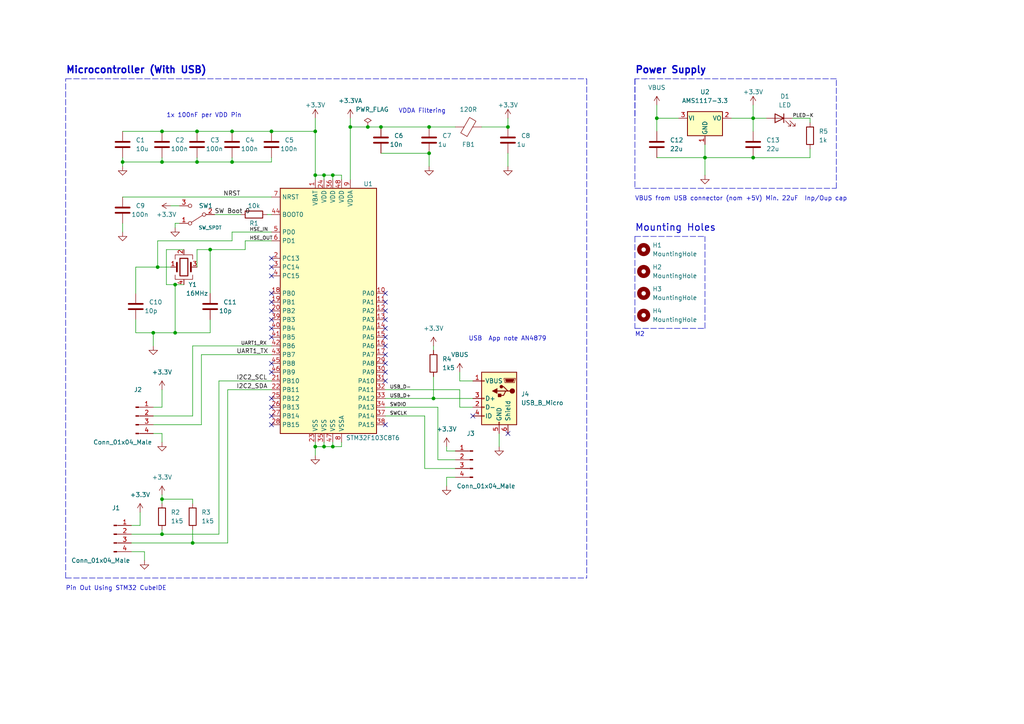
<source format=kicad_sch>
(kicad_sch (version 20211123) (generator eeschema)
  (paper "A4")
  (title_block (title "Simple STM32 PCB Design ") (date "2024-11-28") (rev "0.1") (company "Zam's LAB"))
  (lib_symbols
    (symbol "Connector:Conn_01x04_Male" (pin_names (offset 1.016) hide)
      (property "Reference" "J" (at 0 5.08 0))
      (property "Value" "Conn_01x04_Male" (at 0 -7.62 0))
      (symbol "Conn_01x04_Male_1_1"
        (polyline (pts (xy 1.27 -5.08) (xy 0.8636 -5.08)) (stroke (width 0.1524)))
        (polyline (pts (xy 1.27 -2.54) (xy 0.8636 -2.54)) (stroke (width 0.1524)))
        (polyline (pts (xy 1.27 0) (xy 0.8636 0)) (stroke (width 0.1524)))
        (polyline (pts (xy 1.27 2.54) (xy 0.8636 2.54)) (stroke (width 0.1524)))
        (rectangle (start 0.8636 -4.953) (end 0 -5.207) (stroke (width 0.1524)) (fill (type outline)))
        (rectangle (start 0.8636 -2.413) (end 0 -2.667) (stroke (width 0.1524)) (fill (type outline)))
        (rectangle (start 0.8636 0.127) (end 0 -0.127) (stroke (width 0.1524)) (fill (type outline)))
        (rectangle (start 0.8636 2.667) (end 0 2.413) (stroke (width 0.1524)) (fill (type outline)))
        (pin passive line (at 5.08 2.54 180) (length 3.81) (name "Pin_1") (number "1"))
        (pin passive line (at 5.08 0 180) (length 3.81) (name "Pin_2") (number "2"))
        (pin passive line (at 5.08 -2.54 180) (length 3.81) (name "Pin_3") (number "3"))
        (pin passive line (at 5.08 -5.08 180) (length 3.81) (name "Pin_4") (number "4"))
      )
    )
    (symbol "Connector:USB_B_Micro" (pin_names (offset 1.016))
      (property "Reference" "J" (at -5.08 11.43 0))
      (property "Value" "USB_B_Micro" (at -5.08 8.89 0))
      (symbol "USB_B_Micro_0_1"
        (rectangle (start -5.08 -7.62) (end 5.08 7.62) (stroke (width 0.254)) (fill (type background)))
        (circle (center -3.81 2.159) (radius 0.635) (stroke (width 0.254)) (fill (type outline)))
        (circle (center -0.635 3.429) (radius 0.381) (stroke (width 0.254)) (fill (type outline)))
        (rectangle (start -0.127 -7.62) (end 0.127 -6.858))
        (polyline (pts (xy -1.905 2.159) (xy 0.635 2.159)) (stroke (width 0.254)))
        (polyline (pts (xy -3.175 2.159) (xy -2.54 2.159) (xy -1.27 3.429) (xy -0.635 3.429)) (stroke (width 0.254)))
        (polyline (pts (xy -2.54 2.159) (xy -1.905 2.159) (xy -1.27 0.889) (xy 0 0.889)) (stroke (width 0.254)))
        (polyline (pts (xy 0.635 2.794) (xy 0.635 1.524) (xy 1.905 2.159) (xy 0.635 2.794)) (stroke (width 0.254)) (fill (type outline)))
        (polyline (pts (xy -4.318 5.588) (xy -1.778 5.588) (xy -2.032 4.826) (xy -4.064 4.826) (xy -4.318 5.588)) (fill (type outline)))
        (polyline (pts (xy -4.699 5.842) (xy -4.699 5.588) (xy -4.445 4.826) (xy -4.445 4.572) (xy -1.651 4.572) (xy -1.651 4.826) (xy -1.397 5.588) (xy -1.397 5.842) (xy -4.699 5.842)))
        (rectangle (start 0.254 1.27) (end -0.508 0.508) (stroke (width 0.254)) (fill (type outline)))
        (rectangle (start 5.08 -5.207) (end 4.318 -4.953))
        (rectangle (start 5.08 -2.667) (end 4.318 -2.413))
        (rectangle (start 5.08 -0.127) (end 4.318 0.127))
        (rectangle (start 5.08 4.953) (end 4.318 5.207))
      )
      (symbol "USB_B_Micro_1_1"
        (pin power_out line (at 7.62 5.08 180) (length 2.54) (name "VBUS") (number "1"))
        (pin bidirectional line (at 7.62 -2.54 180) (length 2.54) (name "D-") (number "2"))
        (pin bidirectional line (at 7.62 0 180) (length 2.54) (name "D+") (number "3"))
        (pin passive line (at 7.62 -5.08 180) (length 2.54) (name "ID") (number "4"))
        (pin power_out line (at 0 -10.16 90) (length 2.54) (name "GND") (number "5"))
        (pin passive line (at -2.54 -10.16 90) (length 2.54) (name "Shield") (number "6"))
      )
    )
    (symbol "Device:C" (pin_numbers hide) (pin_names (offset 0.254))
      (property "Reference" "C" (at 0.635 2.54 0))
      (property "Value" "C" (at 0.635 -2.54 0))
      (symbol "C_0_1"
        (polyline (pts (xy -2.032 -0.762) (xy 2.032 -0.762)) (stroke (width 0.508)))
        (polyline (pts (xy -2.032 0.762) (xy 2.032 0.762)) (stroke (width 0.508)))
      )
      (symbol "C_1_1"
        (pin passive line (at 0 3.81 270) (length 2.794) (name "~") (number "1"))
        (pin passive line (at 0 -3.81 90) (length 2.794) (name "~") (number "2"))
      )
    )
    (symbol "Device:Crystal_GND24" (pin_names (offset 1.016) hide)
      (property "Reference" "Y" (at 3.175 5.08 0))
      (property "Value" "Crystal_GND24" (at 3.175 3.175 0))
      (symbol "Crystal_GND24_0_1"
        (rectangle (start -1.143 2.54) (end 1.143 -2.54) (stroke (width 0.3048)))
        (polyline (pts (xy -2.54 0) (xy -2.032 0)))
        (polyline (pts (xy -2.032 -1.27) (xy -2.032 1.27)) (stroke (width 0.508)))
        (polyline (pts (xy 0 -3.81) (xy 0 -3.556)))
        (polyline (pts (xy 0 3.556) (xy 0 3.81)))
        (polyline (pts (xy 2.032 -1.27) (xy 2.032 1.27)) (stroke (width 0.508)))
        (polyline (pts (xy 2.032 0) (xy 2.54 0)))
        (polyline (pts (xy -2.54 -2.286) (xy -2.54 -3.556) (xy 2.54 -3.556) (xy 2.54 -2.286)))
        (polyline (pts (xy -2.54 2.286) (xy -2.54 3.556) (xy 2.54 3.556) (xy 2.54 2.286)))
      )
      (symbol "Crystal_GND24_1_1"
        (pin passive line (at -3.81 0 0) (length 1.27) (name "1") (number "1"))
        (pin passive line (at 0 5.08 270) (length 1.27) (name "2") (number "2"))
        (pin passive line (at 3.81 0 180) (length 1.27) (name "3") (number "3"))
        (pin passive line (at 0 -5.08 90) (length 1.27) (name "4") (number "4"))
      )
    )
    (symbol "Device:FerriteBead" (pin_numbers hide) (pin_names (offset 0))
      (property "Reference" "FB" (at -3.81 0.635 90))
      (property "Value" "FerriteBead" (at 3.81 0 90))
      (symbol "FerriteBead_0_1"
        (polyline (pts (xy 0 -1.27) (xy 0 -1.2192)))
        (polyline (pts (xy 0 1.27) (xy 0 1.2954)))
        (polyline (pts (xy -2.7686 0.4064) (xy -1.7018 2.2606) (xy 2.7686 -0.3048) (xy 1.6764 -2.159) (xy -2.7686 0.4064)))
      )
      (symbol "FerriteBead_1_1"
        (pin passive line (at 0 3.81 270) (length 2.54) (name "~") (number "1"))
        (pin passive line (at 0 -3.81 90) (length 2.54) (name "~") (number "2"))
      )
    )
    (symbol "Device:LED" (pin_numbers hide) (pin_names (offset 1.016) hide)
      (property "Reference" "D" (at 0 2.54 0))
      (property "Value" "LED" (at 0 -2.54 0))
      (symbol "LED_0_1"
        (polyline (pts (xy -1.27 -1.27) (xy -1.27 1.27)) (stroke (width 0.254)))
        (polyline (pts (xy -1.27 0) (xy 1.27 0)))
        (polyline (pts (xy 1.27 -1.27) (xy 1.27 1.27) (xy -1.27 0) (xy 1.27 -1.27)) (stroke (width 0.254)))
        (polyline (pts (xy -3.048 -0.762) (xy -4.572 -2.286) (xy -3.81 -2.286) (xy -4.572 -2.286) (xy -4.572 -1.524)))
        (polyline (pts (xy -1.778 -0.762) (xy -3.302 -2.286) (xy -2.54 -2.286) (xy -3.302 -2.286) (xy -3.302 -1.524)))
      )
      (symbol "LED_1_1"
        (pin passive line (at -3.81 0 0) (length 2.54) (name "K") (number "1"))
        (pin passive line (at 3.81 0 180) (length 2.54) (name "A") (number "2"))
      )
    )
    (symbol "Device:R" (pin_numbers hide) (pin_names (offset 0))
      (property "Reference" "R" (at 2.032 0 90))
      (property "Value" "R" (at 0 0 90))
      (symbol "R_0_1"
        (rectangle (start -1.016 -2.54) (end 1.016 2.54) (stroke (width 0.254)))
      )
      (symbol "R_1_1"
        (pin passive line (at 0 3.81 270) (length 1.27) (name "~") (number "1"))
        (pin passive line (at 0 -3.81 90) (length 1.27) (name "~") (number "2"))
      )
    )
    (symbol "MCU_ST_STM32F1:STM32F103C8Tx"
      (property "Reference" "U" (at -15.24 36.83 0))
      (property "Value" "STM32F103C8Tx" (at 7.62 36.83 0))
      (symbol "STM32F103C8Tx_0_1"
        (rectangle (start -15.24 -35.56) (end 12.7 35.56) (stroke (width 0.254)) (fill (type background)))
      )
      (symbol "STM32F103C8Tx_1_1"
        (pin power_in line (at -5.08 38.1 270) (length 2.54) (name "VBAT") (number "1"))
        (pin bidirectional line (at 15.24 5.08 180) (length 2.54) (name "PA0") (number "10"))
        (pin bidirectional line (at 15.24 2.54 180) (length 2.54) (name "PA1") (number "11"))
        (pin bidirectional line (at 15.24 0 180) (length 2.54) (name "PA2") (number "12"))
        (pin bidirectional line (at 15.24 -2.54 180) (length 2.54) (name "PA3") (number "13"))
        (pin bidirectional line (at 15.24 -5.08 180) (length 2.54) (name "PA4") (number "14"))
        (pin bidirectional line (at 15.24 -7.62 180) (length 2.54) (name "PA5") (number "15"))
        (pin bidirectional line (at 15.24 -10.16 180) (length 2.54) (name "PA6") (number "16"))
        (pin bidirectional line (at 15.24 -12.7 180) (length 2.54) (name "PA7") (number "17"))
        (pin bidirectional line (at -17.78 5.08 0) (length 2.54) (name "PB0") (number "18"))
        (pin bidirectional line (at -17.78 2.54 0) (length 2.54) (name "PB1") (number "19"))
        (pin bidirectional line (at -17.78 15.24 0) (length 2.54) (name "PC13") (number "2"))
        (pin bidirectional line (at -17.78 0 0) (length 2.54) (name "PB2") (number "20"))
        (pin bidirectional line (at -17.78 -20.32 0) (length 2.54) (name "PB10") (number "21"))
        (pin bidirectional line (at -17.78 -22.86 0) (length 2.54) (name "PB11") (number "22"))
        (pin power_in line (at -5.08 -38.1 90) (length 2.54) (name "VSS") (number "23"))
        (pin power_in line (at -2.54 38.1 270) (length 2.54) (name "VDD") (number "24"))
        (pin bidirectional line (at -17.78 -25.4 0) (length 2.54) (name "PB12") (number "25"))
        (pin bidirectional line (at -17.78 -27.94 0) (length 2.54) (name "PB13") (number "26"))
        (pin bidirectional line (at -17.78 -30.48 0) (length 2.54) (name "PB14") (number "27"))
        (pin bidirectional line (at -17.78 -33.02 0) (length 2.54) (name "PB15") (number "28"))
        (pin bidirectional line (at 15.24 -15.24 180) (length 2.54) (name "PA8") (number "29"))
        (pin bidirectional line (at -17.78 12.7 0) (length 2.54) (name "PC14") (number "3"))
        (pin bidirectional line (at 15.24 -17.78 180) (length 2.54) (name "PA9") (number "30"))
        (pin bidirectional line (at 15.24 -20.32 180) (length 2.54) (name "PA10") (number "31"))
        (pin bidirectional line (at 15.24 -22.86 180) (length 2.54) (name "PA11") (number "32"))
        (pin bidirectional line (at 15.24 -25.4 180) (length 2.54) (name "PA12") (number "33"))
        (pin bidirectional line (at 15.24 -27.94 180) (length 2.54) (name "PA13") (number "34"))
        (pin power_in line (at -2.54 -38.1 90) (length 2.54) (name "VSS") (number "35"))
        (pin power_in line (at 0 38.1 270) (length 2.54) (name "VDD") (number "36"))
        (pin bidirectional line (at 15.24 -30.48 180) (length 2.54) (name "PA14") (number "37"))
        (pin bidirectional line (at 15.24 -33.02 180) (length 2.54) (name "PA15") (number "38"))
        (pin bidirectional line (at -17.78 -2.54 0) (length 2.54) (name "PB3") (number "39"))
        (pin bidirectional line (at -17.78 10.16 0) (length 2.54) (name "PC15") (number "4"))
        (pin bidirectional line (at -17.78 -5.08 0) (length 2.54) (name "PB4") (number "40"))
        (pin bidirectional line (at -17.78 -7.62 0) (length 2.54) (name "PB5") (number "41"))
        (pin bidirectional line (at -17.78 -10.16 0) (length 2.54) (name "PB6") (number "42"))
        (pin bidirectional line (at -17.78 -12.7 0) (length 2.54) (name "PB7") (number "43"))
        (pin input line (at -17.78 27.94 0) (length 2.54) (name "BOOT0") (number "44"))
        (pin bidirectional line (at -17.78 -15.24 0) (length 2.54) (name "PB8") (number "45"))
        (pin bidirectional line (at -17.78 -17.78 0) (length 2.54) (name "PB9") (number "46"))
        (pin power_in line (at 0 -38.1 90) (length 2.54) (name "VSS") (number "47"))
        (pin power_in line (at 2.54 38.1 270) (length 2.54) (name "VDD") (number "48"))
        (pin input line (at -17.78 22.86 0) (length 2.54) (name "PD0") (number "5"))
        (pin input line (at -17.78 20.32 0) (length 2.54) (name "PD1") (number "6"))
        (pin input line (at -17.78 33.02 0) (length 2.54) (name "NRST") (number "7"))
        (pin power_in line (at 2.54 -38.1 90) (length 2.54) (name "VSSA") (number "8"))
        (pin power_in line (at 5.08 38.1 270) (length 2.54) (name "VDDA") (number "9"))
      )
    )
    (symbol "Mechanical:MountingHole" (pin_names (offset 1.016))
      (property "Reference" "H" (at 0 5.08 0))
      (property "Value" "MountingHole" (at 0 3.175 0))
      (symbol "MountingHole_0_1"
        (circle (center 0 0) (radius 1.27) (stroke (width 1.27)))
      )
    )
    (symbol "Regulator_Linear:AMS1117-3.3" (pin_names (offset 0.254))
      (property "Reference" "U" (at -3.81 3.175 0))
      (property "Value" "AMS1117-3.3" (at 0 3.175 0))
      (symbol "AMS1117-3.3_0_1"
        (rectangle (start -5.08 -5.08) (end 5.08 1.905) (stroke (width 0.254)) (fill (type background)))
      )
      (symbol "AMS1117-3.3_1_1"
        (pin power_in line (at 0 -7.62 90) (length 2.54) (name "GND") (number "1"))
        (pin power_out line (at 7.62 0 180) (length 2.54) (name "VO") (number "2"))
        (pin power_in line (at -7.62 0 0) (length 2.54) (name "VI") (number "3"))
      )
    )
    (symbol "Switch:SW_SPDT" (pin_names (offset 0) hide)
      (property "Reference" "SW" (at 0 4.318 0))
      (property "Value" "SW_SPDT" (at 0 -5.08 0))
      (symbol "SW_SPDT_0_0"
        (circle (center -2.032 0) (radius 0.508))
        (circle (center 2.032 -2.54) (radius 0.508))
      )
      (symbol "SW_SPDT_0_1"
        (polyline (pts (xy -1.524 0.254) (xy 1.651 2.286)))
        (circle (center 2.032 2.54) (radius 0.508))
      )
      (symbol "SW_SPDT_1_1"
        (pin passive line (at 5.08 2.54 180) (length 2.54) (name "A") (number "1"))
        (pin passive line (at -5.08 0 0) (length 2.54) (name "B") (number "2"))
        (pin passive line (at 5.08 -2.54 180) (length 2.54) (name "C") (number "3"))
      )
    )
    (symbol "power:+3.3V" (power) (pin_names (offset 0))
      (property "Value" "+3.3V" (at 0 3.556 0))
      (symbol "+3.3V_0_1"
        (polyline (pts (xy -0.762 1.27) (xy 0 2.54)))
        (polyline (pts (xy 0 0) (xy 0 2.54)))
        (polyline (pts (xy 0 2.54) (xy 0.762 1.27)))
      )
      (symbol "+3.3V_1_1"
        (pin power_in line (at 0 0 90) (length 0) hide (name "+3.3V") (number "1"))
      )
    )
    (symbol "power:+3.3VA" (power) (pin_names (offset 0))
      (property "Value" "+3.3VA" (at 0 3.556 0))
      (symbol "+3.3VA_0_1"
        (polyline (pts (xy -0.762 1.27) (xy 0 2.54)))
        (polyline (pts (xy 0 0) (xy 0 2.54)))
        (polyline (pts (xy 0 2.54) (xy 0.762 1.27)))
      )
      (symbol "+3.3VA_1_1"
        (pin power_in line (at 0 0 90) (length 0) hide (name "+3.3VA") (number "1"))
      )
    )
    (symbol "power:GND" (power) (pin_names (offset 0))
      (property "Value" "GND" (at 0 -3.81 0))
      (symbol "GND_0_1"
        (polyline (pts (xy 0 0) (xy 0 -1.27) (xy 1.27 -1.27) (xy 0 -2.54) (xy -1.27 -1.27) (xy 0 -1.27)))
      )
      (symbol "GND_1_1"
        (pin power_in line (at 0 0 270) (length 0) hide (name "GND") (number "1"))
      )
    )
    (symbol "power:PWR_FLAG" (power) (pin_numbers hide) (pin_names (offset 0) hide)
      (property "Value" "PWR_FLAG" (at 0 3.81 0))
      (symbol "PWR_FLAG_0_0"
        (pin power_out line (at 0 0 90) (length 0) (name "pwr") (number "1"))
      )
      (symbol "PWR_FLAG_0_1"
        (polyline (pts (xy 0 0) (xy 0 1.27) (xy -1.016 1.905) (xy 0 2.54) (xy 1.016 1.905) (xy 0 1.27)))
      )
    )
    (symbol "power:VBUS" (power) (pin_names (offset 0))
      (property "Value" "VBUS" (at 0 3.81 0))
      (symbol "VBUS_0_1"
        (polyline (pts (xy -0.762 1.27) (xy 0 2.54)))
        (polyline (pts (xy 0 0) (xy 0 2.54)))
        (polyline (pts (xy 0 2.54) (xy 0.762 1.27)))
      )
      (symbol "VBUS_1_1"
        (pin power_in line (at 0 0 90) (length 0) hide (name "VBUS") (number "1"))
      )
    )
  )
  (junction (at 46.99 38.1))
  (junction (at 91.44 129.54))
  (junction (at 93.98 50.8))
  (junction (at 96.52 129.54))
  (junction (at 46.99 154.94))
  (junction (at 124.46 44.45))
  (junction (at 125.73 115.57))
  (junction (at 50.8 82.55))
  (junction (at 55.88 157.48))
  (junction (at 50.8 96.52))
  (junction (at 91.44 50.8))
  (junction (at 44.45 96.52))
  (junction (at 67.31 46.99))
  (junction (at 147.32 36.83))
  (junction (at 45.72 77.47))
  (junction (at 101.6 36.83))
  (junction (at 46.99 144.78))
  (junction (at 218.44 34.29))
  (junction (at 57.15 46.99))
  (junction (at 218.44 45.72))
  (junction (at 46.99 46.99))
  (junction (at 67.31 38.1))
  (junction (at 124.46 36.83))
  (junction (at 204.47 45.72))
  (junction (at 93.98 129.54))
  (junction (at 96.52 50.8))
  (junction (at 91.44 38.1))
  (junction (at 57.15 38.1))
  (junction (at 60.96 72.39))
  (junction (at 106.68 36.83))
  (junction (at 190.5 34.29))
  (junction (at 110.49 36.83))
  (junction (at 78.74 38.1))
  (junction (at 35.56 46.99))
  (no_connect (at 78.74 87.63))
  (no_connect (at 78.74 107.95))
  (no_connect (at 111.76 87.63))
  (no_connect (at 78.74 77.47))
  (no_connect (at 111.76 90.17))
  (no_connect (at 78.74 115.57))
  (no_connect (at 78.74 105.41))
  (no_connect (at 111.76 85.09))
  (no_connect (at 111.76 97.79))
  (no_connect (at 111.76 110.49))
  (no_connect (at 78.74 123.19))
  (no_connect (at 78.74 85.09))
  (no_connect (at 111.76 107.95))
  (no_connect (at 137.16 120.65))
  (no_connect (at 78.74 80.01))
  (no_connect (at 111.76 92.71))
  (no_connect (at 78.74 74.93))
  (no_connect (at 78.74 120.65))
  (no_connect (at 78.74 97.79))
  (no_connect (at 78.74 92.71))
  (no_connect (at 111.76 100.33))
  (no_connect (at 111.76 102.87))
  (no_connect (at 111.76 105.41))
  (no_connect (at 147.32 125.73))
  (no_connect (at 78.74 95.25))
  (no_connect (at 78.74 118.11))
  (no_connect (at 111.76 123.19))
  (no_connect (at 111.76 95.25))
  (no_connect (at 78.74 90.17))
  (wire (pts (xy 55.88 100.33) (xy 55.88 120.65)))
  (wire (pts (xy 129.54 140.97) (xy 129.54 138.43)))
  (wire (pts (xy 41.91 160.02) (xy 41.91 162.56)))
  (wire (pts (xy 71.12 69.85) (xy 78.74 69.85)))
  (wire (pts (xy 93.98 129.54) (xy 96.52 129.54)))
  (wire (pts (xy 55.88 146.05) (xy 55.88 144.78)))
  (wire (pts (xy 190.5 38.1) (xy 190.5 34.29)))
  (wire (pts (xy 234.95 35.56) (xy 234.95 34.29)))
  (wire (pts (xy 204.47 45.72) (xy 204.47 41.91)))
  (wire (pts (xy 44.45 96.52) (xy 44.45 100.33)))
  (wire (pts (xy 111.76 115.57) (xy 125.73 115.57)))
  (wire (pts (xy 234.95 34.29) (xy 229.87 34.29)))
  (wire (pts (xy 110.49 36.83) (xy 124.46 36.83)))
  (wire (pts (xy 55.88 157.48) (xy 66.04 157.48)))
  (wire (pts (xy 46.99 153.67) (xy 46.99 154.94)))
  (wire (pts (xy 50.8 64.77) (xy 50.8 66.04)))
  (wire (pts (xy 38.1 157.48) (xy 55.88 157.48)))
  (wire (pts (xy 123.19 120.65) (xy 123.19 135.89)))
  (wire (pts (xy 46.99 38.1) (xy 57.15 38.1)))
  (wire (pts (xy 133.35 110.49) (xy 137.16 110.49)))
  (wire (pts (xy 127 118.11) (xy 127 133.35)))
  (wire (pts (xy 71.12 72.39) (xy 60.96 72.39)))
  (wire (pts (xy 50.8 96.52) (xy 44.45 96.52)))
  (wire (pts (xy 46.99 128.27) (xy 46.99 125.73)))
  (wire (pts (xy 55.88 100.33) (xy 78.74 100.33)))
  (wire (pts (xy 55.88 144.78) (xy 46.99 144.78)))
  (wire (pts (xy 77.47 62.23) (xy 78.74 62.23)))
  (wire (pts (xy 60.96 92.71) (xy 60.96 96.52)))
  (wire (pts (xy 46.99 154.94) (xy 38.1 154.94)))
  (wire (pts (xy 218.44 34.29) (xy 222.25 34.29)))
  (wire (pts (xy 67.31 67.31) (xy 67.31 69.85)))
  (wire (pts (xy 40.64 152.4) (xy 38.1 152.4)))
  (wire (pts (xy 127 133.35) (xy 132.08 133.35)))
  (wire (pts (xy 234.95 43.18) (xy 234.95 45.72)))
  (polyline (pts (xy 184.15 22.86) (xy 184.15 34.29)))
  (wire (pts (xy 35.56 46.99) (xy 35.56 48.26)))
  (wire (pts (xy 125.73 100.33) (xy 125.73 101.6)))
  (wire (pts (xy 46.99 45.72) (xy 46.99 46.99)))
  (wire (pts (xy 60.96 96.52) (xy 50.8 96.52)))
  (wire (pts (xy 46.99 113.03) (xy 46.99 118.11)))
  (wire (pts (xy 57.15 72.39) (xy 57.15 77.47)))
  (polyline (pts (xy 19.05 167.64) (xy 170.18 167.64)))
  (wire (pts (xy 60.96 72.39) (xy 60.96 85.09)))
  (wire (pts (xy 55.88 153.67) (xy 55.88 157.48)))
  (wire (pts (xy 45.72 69.85) (xy 45.72 77.47)))
  (wire (pts (xy 96.52 50.8) (xy 93.98 50.8)))
  (wire (pts (xy 129.54 130.81) (xy 132.08 130.81)))
  (wire (pts (xy 67.31 46.99) (xy 78.74 46.99)))
  (wire (pts (xy 96.52 129.54) (xy 99.06 129.54)))
  (wire (pts (xy 57.15 46.99) (xy 67.31 46.99)))
  (wire (pts (xy 129.54 138.43) (xy 132.08 138.43)))
  (wire (pts (xy 190.5 34.29) (xy 196.85 34.29)))
  (polyline (pts (xy 170.18 22.86) (xy 170.18 167.64)))
  (wire (pts (xy 91.44 128.27) (xy 91.44 129.54)))
  (wire (pts (xy 218.44 30.48) (xy 218.44 34.29)))
  (polyline (pts (xy 19.05 22.86) (xy 170.18 22.86)))
  (wire (pts (xy 125.73 109.22) (xy 125.73 115.57)))
  (wire (pts (xy 124.46 36.83) (xy 132.08 36.83)))
  (wire (pts (xy 62.23 62.23) (xy 69.85 62.23)))
  (wire (pts (xy 49.53 59.69) (xy 52.07 59.69)))
  (wire (pts (xy 46.99 118.11) (xy 44.45 118.11)))
  (wire (pts (xy 67.31 67.31) (xy 78.74 67.31)))
  (wire (pts (xy 58.42 102.87) (xy 58.42 123.19)))
  (wire (pts (xy 67.31 38.1) (xy 78.74 38.1)))
  (wire (pts (xy 57.15 45.72) (xy 57.15 46.99)))
  (wire (pts (xy 101.6 36.83) (xy 101.6 52.07)))
  (wire (pts (xy 234.95 45.72) (xy 218.44 45.72)))
  (wire (pts (xy 91.44 129.54) (xy 93.98 129.54)))
  (polyline (pts (xy 19.05 167.64) (xy 19.05 22.86)))
  (wire (pts (xy 204.47 45.72) (xy 204.47 50.8)))
  (wire (pts (xy 133.35 107.95) (xy 133.35 110.49)))
  (wire (pts (xy 48.26 82.55) (xy 50.8 82.55)))
  (wire (pts (xy 101.6 36.83) (xy 106.68 36.83)))
  (wire (pts (xy 44.45 96.52) (xy 39.37 96.52)))
  (wire (pts (xy 45.72 77.47) (xy 49.53 77.47)))
  (wire (pts (xy 39.37 85.09) (xy 39.37 77.47)))
  (wire (pts (xy 91.44 50.8) (xy 91.44 52.07)))
  (wire (pts (xy 78.74 110.49) (xy 63.5 110.49)))
  (wire (pts (xy 190.5 30.48) (xy 190.5 34.29)))
  (polyline (pts (xy 242.57 54.61) (xy 242.57 22.86)))
  (wire (pts (xy 55.88 120.65) (xy 44.45 120.65)))
  (wire (pts (xy 96.52 128.27) (xy 96.52 129.54)))
  (wire (pts (xy 78.74 46.99) (xy 78.74 45.72)))
  (wire (pts (xy 40.64 148.59) (xy 40.64 152.4)))
  (wire (pts (xy 218.44 34.29) (xy 218.44 38.1)))
  (wire (pts (xy 91.44 38.1) (xy 91.44 50.8)))
  (wire (pts (xy 93.98 50.8) (xy 93.98 52.07)))
  (wire (pts (xy 39.37 77.47) (xy 45.72 77.47)))
  (wire (pts (xy 204.47 45.72) (xy 218.44 45.72)))
  (wire (pts (xy 190.5 45.72) (xy 204.47 45.72)))
  (wire (pts (xy 93.98 128.27) (xy 93.98 129.54)))
  (wire (pts (xy 58.42 102.87) (xy 78.74 102.87)))
  (wire (pts (xy 99.06 52.07) (xy 99.06 50.8)))
  (polyline (pts (xy 204.47 95.25) (xy 204.47 68.58)))
  (wire (pts (xy 46.99 125.73) (xy 44.45 125.73)))
  (wire (pts (xy 96.52 50.8) (xy 96.52 52.07)))
  (wire (pts (xy 111.76 113.03) (xy 133.35 113.03)))
  (wire (pts (xy 57.15 38.1) (xy 67.31 38.1)))
  (wire (pts (xy 106.68 36.83) (xy 110.49 36.83)))
  (wire (pts (xy 46.99 154.94) (xy 63.5 154.94)))
  (wire (pts (xy 67.31 69.85) (xy 45.72 69.85)))
  (wire (pts (xy 35.56 64.77) (xy 35.56 67.31)))
  (polyline (pts (xy 184.15 54.61) (xy 242.57 54.61)))
  (wire (pts (xy 60.96 72.39) (xy 57.15 72.39)))
  (wire (pts (xy 66.04 113.03) (xy 78.74 113.03)))
  (polyline (pts (xy 184.15 68.58) (xy 204.47 68.58)))
  (wire (pts (xy 35.56 45.72) (xy 35.56 46.99)))
  (wire (pts (xy 38.1 160.02) (xy 41.91 160.02)))
  (wire (pts (xy 35.56 38.1) (xy 46.99 38.1)))
  (wire (pts (xy 125.73 115.57) (xy 137.16 115.57)))
  (wire (pts (xy 133.35 118.11) (xy 137.16 118.11)))
  (wire (pts (xy 99.06 129.54) (xy 99.06 128.27)))
  (wire (pts (xy 139.7 36.83) (xy 147.32 36.83)))
  (wire (pts (xy 99.06 50.8) (xy 96.52 50.8)))
  (wire (pts (xy 66.04 113.03) (xy 66.04 157.48)))
  (wire (pts (xy 111.76 120.65) (xy 123.19 120.65)))
  (wire (pts (xy 93.98 50.8) (xy 91.44 50.8)))
  (wire (pts (xy 144.78 125.73) (xy 144.78 129.54)))
  (wire (pts (xy 123.19 135.89) (xy 132.08 135.89)))
  (wire (pts (xy 46.99 46.99) (xy 57.15 46.99)))
  (wire (pts (xy 52.07 64.77) (xy 50.8 64.77)))
  (wire (pts (xy 35.56 57.15) (xy 78.74 57.15)))
  (wire (pts (xy 48.26 72.39) (xy 48.26 82.55)))
  (wire (pts (xy 101.6 34.29) (xy 101.6 36.83)))
  (wire (pts (xy 147.32 34.29) (xy 147.32 36.83)))
  (wire (pts (xy 50.8 82.55) (xy 50.8 96.52)))
  (polyline (pts (xy 184.15 68.58) (xy 184.15 95.25)))
  (wire (pts (xy 91.44 129.54) (xy 91.44 132.08)))
  (wire (pts (xy 78.74 38.1) (xy 91.44 38.1)))
  (wire (pts (xy 46.99 143.51) (xy 46.99 144.78)))
  (wire (pts (xy 111.76 118.11) (xy 127 118.11)))
  (wire (pts (xy 133.35 113.03) (xy 133.35 118.11)))
  (wire (pts (xy 124.46 44.45) (xy 124.46 48.26)))
  (wire (pts (xy 63.5 110.49) (xy 63.5 154.94)))
  (wire (pts (xy 147.32 44.45) (xy 147.32 48.26)))
  (wire (pts (xy 212.09 34.29) (xy 218.44 34.29)))
  (wire (pts (xy 58.42 123.19) (xy 44.45 123.19)))
  (wire (pts (xy 71.12 69.85) (xy 71.12 72.39)))
  (wire (pts (xy 67.31 45.72) (xy 67.31 46.99)))
  (wire (pts (xy 50.8 82.55) (xy 53.34 82.55)))
  (wire (pts (xy 110.49 44.45) (xy 124.46 44.45)))
  (polyline (pts (xy 242.57 22.86) (xy 184.15 22.86)))
  (wire (pts (xy 39.37 96.52) (xy 39.37 92.71)))
  (wire (pts (xy 129.54 129.54) (xy 129.54 130.81)))
  (wire (pts (xy 53.34 72.39) (xy 48.26 72.39)))
  (polyline (pts (xy 184.15 95.25) (xy 204.47 95.25)))
  (wire (pts (xy 91.44 34.29) (xy 91.44 38.1)))
  (wire (pts (xy 46.99 144.78) (xy 46.99 146.05)))
  (polyline (pts (xy 184.15 22.86) (xy 184.15 54.61)))
  (wire (pts (xy 35.56 46.99) (xy 46.99 46.99)))
  (text "VBUS from USB connector (nom +5V) Min. 22uF  Inp/Oup cap" (at 184.15 58.42 0) (effects (font (size 1.27 1.27)) (justify left bottom)))
  (text "VDDA Filtering " (at 115.57 33.02 0) (effects (font (size 1.27 1.27)) (justify left bottom)))
  (text "Microcontroller (With USB)" (at 19.05 21.59 0) (effects (font (size 2 2) (thickness 0.4) bold) (justify left bottom)))
  (text "Power Supply" (at 184.15 21.59 0) (effects (font (size 2 2) (thickness 0.4) bold) (justify left bottom)))
  (text "M2\n" (at 184.15 97.79 0) (effects (font (size 1.27 1.27)) (justify left bottom)))
  (text "Pin Out Using STM32 CubeIDE" (at 19.05 171.45 0) (effects (font (size 1.27 1.27)) (justify left bottom)))
  (text "USB  App note AN4879\n" (at 135.89 99.06 0) (effects (font (size 1.27 1.27)) (justify left bottom)))
  (text "1x 100nF per VDD Pin\n" (at 48.26 34.29 0) (effects (font (size 1.27 1.27)) (justify left bottom)))
  (text "Mounting Holes " (at 184.15 67.31 0) (effects (font (size 2 2) (thickness 0.254) bold) (justify left bottom)))
  (label "SWCLK" (at 113.03 120.65 0) (effects (font (size 1 1))))
  (label "HSE_IN" (at 72.39 67.31 0) (effects (font (size 1 1))))
  (label "I2C2_SCL" (at 68.58 110.49 0))
  (label "UART1_RX" (at 69.85 100.33 0) (effects (font (size 1 1))))
  (label "I2C2_SDA" (at 68.58 113.03 0))
  (label "USB_D-" (at 113.03 113.03 0) (effects (font (size 1 1))))
  (label "SW Boot 0" (at 62.23 62.23 0))
  (label "NRST" (at 64.77 57.15 0))
  (label "HSE_OUT" (at 72.39 69.85 0) (effects (font (size 1 1))))
  (label "PLED-K" (at 229.87 34.29 0) (effects (font (size 1 1))))
  (label "SWDIO" (at 113.03 118.11 0) (effects (font (size 1 1))))
  (label "USB_D+" (at 113.03 115.57 0) (effects (font (size 1 1))))
  (label "UART1_TX" (at 68.58 102.87 0))
  (symbol (lib_id "power:+3.3V") (at 218.44 30.48 0) (unit 1)
    (property "Reference" "#PWR024" (effects hide))
    (property "Value" "+3.3V" (at 218.44 26.67 0))
  )
  (symbol (lib_id "power:+3.3V") (at 49.53 59.69 90) (unit 1)
    (property "Reference" "#PWR09" (effects hide))
    (property "Value" "+3.3V" (at 48.26 62.23 90))
  )
  (symbol (lib_id "Device:C") (at 46.99 41.91 0) (unit 1)
    (property "Reference" "C2" (at 50.8 40.6399 0) (effects (justify left)))
    (property "Value" "100n" (at 49.53 43.18 0) (effects (justify left)))
    (property "Footprint" "Capacitor_SMD:C_0402_1005Metric" (effects hide))
  )
  (symbol (lib_id "Device:C") (at 147.32 40.64 0) (unit 1)
    (property "Reference" "C8" (at 151.13 39.3699 0) (effects (justify left)))
    (property "Value" "1u" (at 149.86 41.91 0) (effects (justify left)))
    (property "Footprint" "Capacitor_SMD:C_0402_1005Metric" (effects hide))
  )
  (symbol (lib_id "Mechanical:MountingHole") (at 186.69 78.74 0) (unit 1)
    (property "Reference" "H2" (at 189.23 77.4699 0) (effects (justify left)))
    (property "Value" "MountingHole" (at 189.23 80.0099 0) (effects (justify left)))
    (property "Footprint" "MountingHole:MountingHole_2.2mm_M2" (effects hide))
  )
  (symbol (lib_id "power:VBUS") (at 133.35 107.95 0) (unit 1)
    (property "Reference" "#PWR018" (effects hide))
    (property "Value" "VBUS" (at 133.35 102.87 0))
  )
  (symbol (lib_id "power:+3.3V") (at 40.64 148.59 0) (unit 1)
    (property "Reference" "#PWR03" (effects hide))
    (property "Value" "+3.3V" (at 40.64 143.51 0))
  )
  (symbol (lib_id "Connector:Conn_01x04_Male") (at 33.02 154.94 0) (unit 1)
    (property "Reference" "J1" (at 33.655 147.32 0))
    (property "Value" "Conn_01x04_Male" (at 29.21 162.56 0))
    (property "Footprint" "Connector_PinHeader_2.54mm:PinHeader_1x04_P2.54mm_Vertical" (effects hide))
  )
  (symbol (lib_id "power:+3.3V") (at 129.54 129.54 0) (unit 1)
    (property "Reference" "#PWR016" (effects hide))
    (property "Value" "+3.3V" (at 129.54 124.46 0))
  )
  (symbol (lib_id "Device:C") (at 60.96 88.9 0) (unit 1)
    (property "Reference" "C11" (at 64.77 87.6299 0) (effects (justify left)))
    (property "Value" "10p" (at 63.5 90.17 0) (effects (justify left)))
    (property "Footprint" "Capacitor_SMD:C_0402_1005Metric" (effects hide))
  )
  (symbol (lib_id "Device:C") (at 124.46 40.64 0) (unit 1)
    (property "Reference" "C7" (at 128.27 39.3699 0) (effects (justify left)))
    (property "Value" "1u" (at 127 41.91 0) (effects (justify left)))
    (property "Footprint" "Capacitor_SMD:C_0402_1005Metric" (effects hide))
  )
  (symbol (lib_id "Device:R") (at 46.99 149.86 0) (unit 1)
    (property "Reference" "R2" (at 49.53 148.5899 0) (effects (justify left)))
    (property "Value" "1k5" (at 49.53 151.1299 0) (effects (justify left)))
    (property "Footprint" "Resistor_SMD:R_0402_1005Metric" (effects hide))
  )
  (symbol (lib_id "Connector:USB_B_Micro") (at 144.78 115.57 0) (mirror y) (unit 1)
    (property "Reference" "J4" (at 151.13 114.2999 0) (effects (justify right)))
    (property "Value" "USB_B_Micro" (at 151.13 116.8399 0) (effects (justify right)))
    (property "Footprint" "Connector_USB:USB_Micro-B_Wuerth_629105150521" (effects hide))
  )
  (symbol (lib_id "Connector:Conn_01x04_Male") (at 137.16 133.35 0) (mirror y) (unit 1)
    (property "Reference" "J3" (at 136.525 125.73 0))
    (property "Value" "Conn_01x04_Male" (at 140.97 140.97 0))
    (property "Footprint" "Connector_PinHeader_2.54mm:PinHeader_1x04_P2.54mm_Vertical" (effects hide))
  )
  (symbol (lib_id "Device:C") (at 78.74 41.91 0) (unit 1)
    (property "Reference" "C5" (at 82.55 40.6399 0) (effects (justify left)))
    (property "Value" "100n" (at 81.28 43.18 0) (effects (justify left)))
    (property "Footprint" "Capacitor_SMD:C_0402_1005Metric" (effects hide))
  )
  (symbol (lib_id "power:+3.3V") (at 125.73 100.33 0) (unit 1)
    (property "Reference" "#PWR015" (effects hide))
    (property "Value" "+3.3V" (at 125.73 95.25 0))
  )
  (symbol (lib_id "power:GND") (at 44.45 100.33 0) (unit 1)
    (property "Reference" "#PWR05" (effects hide))
    (property "Value" "GND" (effects hide))
  )
  (symbol (lib_id "Device:C") (at 35.56 60.96 0) (unit 1)
    (property "Reference" "C9" (at 39.37 59.6899 0) (effects (justify left)))
    (property "Value" "100n" (at 38.1 62.23 0) (effects (justify left)))
    (property "Footprint" "Capacitor_SMD:C_0402_1005Metric" (effects hide))
  )
  (symbol (lib_id "power:GND") (at 204.47 50.8 0) (unit 1)
    (property "Reference" "#PWR023" (effects hide))
    (property "Value" "GND" (effects hide))
  )
  (symbol (lib_id "Device:R") (at 234.95 39.37 0) (unit 1)
    (property "Reference" "R5" (at 237.49 38.0999 0) (effects (justify left)))
    (property "Value" "1k" (at 237.49 40.6399 0) (effects (justify left)))
    (property "Footprint" "Resistor_SMD:R_0402_1005Metric" (effects hide))
  )
  (symbol (lib_id "power:+3.3VA") (at 101.6 34.29 0) (unit 1)
    (property "Reference" "#PWR013" (effects hide))
    (property "Value" "+3.3VA" (at 101.6 29.21 0))
  )
  (symbol (lib_id "power:GND") (at 129.54 140.97 0) (unit 1)
    (property "Reference" "#PWR017" (effects hide))
    (property "Value" "GND" (effects hide))
  )
  (symbol (lib_id "power:GND") (at 124.46 48.26 0) (unit 1)
    (property "Reference" "#PWR014" (effects hide))
    (property "Value" "GND" (effects hide))
  )
  (symbol (lib_id "Device:C") (at 67.31 41.91 0) (unit 1)
    (property "Reference" "C4" (at 71.12 40.6399 0) (effects (justify left)))
    (property "Value" "100n" (at 69.85 43.18 0) (effects (justify left)))
    (property "Footprint" "Capacitor_SMD:C_0402_1005Metric" (effects hide))
  )
  (symbol (lib_id "Device:C") (at 57.15 41.91 0) (unit 1)
    (property "Reference" "C3" (at 60.96 40.6399 0) (effects (justify left)))
    (property "Value" "100n" (at 59.69 43.18 0) (effects (justify left)))
    (property "Footprint" "Capacitor_SMD:C_0402_1005Metric" (effects hide))
  )
  (symbol (lib_id "power:PWR_FLAG") (at 106.68 36.83 0) (unit 1)
    (property "Reference" "#FLG0101" (effects hide))
    (property "Value" "PWR_FLAG" (at 107.95 31.75 0))
  )
  (symbol (lib_id "Device:C") (at 110.49 40.64 0) (unit 1)
    (property "Reference" "C6" (at 114.3 39.3699 0) (effects (justify left)))
    (property "Value" "10n" (at 113.03 41.91 0) (effects (justify left)))
    (property "Footprint" "Capacitor_SMD:C_0402_1005Metric" (effects hide))
  )
  (symbol (lib_id "Device:R") (at 55.88 149.86 0) (unit 1)
    (property "Reference" "R3" (at 58.42 148.5899 0) (effects (justify left)))
    (property "Value" "1k5" (at 58.42 151.1299 0) (effects (justify left)))
    (property "Footprint" "Resistor_SMD:R_0402_1005Metric" (effects hide))
  )
  (symbol (lib_id "power:GND") (at 46.99 128.27 0) (unit 1)
    (property "Reference" "#PWR07" (effects hide))
    (property "Value" "GND" (effects hide))
  )
  (symbol (lib_id "power:GND") (at 91.44 132.08 0) (unit 1)
    (property "Reference" "#PWR012" (effects hide))
    (property "Value" "GND" (effects hide))
  )
  (symbol (lib_id "Device:C") (at 190.5 41.91 0) (unit 1)
    (property "Reference" "C12" (at 194.31 40.6399 0) (effects (justify left)))
    (property "Value" "22u" (at 194.31 43.1799 0) (effects (justify left)))
    (property "Footprint" "Capacitor_SMD:C_0805_2012Metric" (effects hide))
  )
  (symbol (lib_id "Device:Crystal_GND24") (at 53.34 77.47 0) (unit 1)
    (property "Reference" "Y1" (at 55.88 82.55 0))
    (property "Value" "16MHz" (at 57.15 85.09 0))
    (property "Footprint" "Crystal:Crystal_SMD_3225-4Pin_3.2x2.5mm" (effects hide))
  )
  (symbol (lib_id "power:GND") (at 35.56 67.31 0) (unit 1)
    (property "Reference" "#PWR02" (effects hide))
    (property "Value" "GND" (effects hide))
  )
  (symbol (lib_id "power:GND") (at 50.8 66.04 0) (unit 1)
    (property "Reference" "#PWR010" (effects hide))
    (property "Value" "GND" (effects hide))
  )
  (symbol (lib_id "MCU_ST_STM32F1:STM32F103C8Tx") (at 96.52 90.17 0) (unit 1)
    (property "Reference" "U1" (at 105.41 53.34 0) (effects (justify left)))
    (property "Value" "STM32F103C8T6" (at 100.33 127 0) (effects (justify left)))
    (property "Footprint" "Package_QFP:LQFP-48_7x7mm_P0.5mm" (effects hide))
    (property "Datasheet" "http://www.st.com/st-web-ui/static/active/en/resource/technical/document/datasheet/CD00161566.pdf" (effects hide))
  )
  (symbol (lib_id "power:GND") (at 41.91 162.56 0) (unit 1)
    (property "Reference" "#PWR04" (effects hide))
    (property "Value" "GND" (effects hide))
  )
  (symbol (lib_id "power:GND") (at 144.78 129.54 0) (unit 1)
    (property "Reference" "#PWR019" (effects hide))
    (property "Value" "GND" (effects hide))
  )
  (symbol (lib_id "Connector:Conn_01x04_Male") (at 39.37 120.65 0) (unit 1)
    (property "Reference" "J2" (at 40.005 113.03 0))
    (property "Value" "Conn_01x04_Male" (at 35.56 128.27 0))
    (property "Footprint" "Connector_PinHeader_2.54mm:PinHeader_1x04_P2.54mm_Vertical" (effects hide))
  )
  (symbol (lib_id "Device:R") (at 73.66 62.23 90) (unit 1)
    (property "Reference" "R1" (at 73.66 64.77 90))
    (property "Value" "10k" (at 73.66 59.69 90))
    (property "Footprint" "Resistor_SMD:R_0402_1005Metric" (effects hide))
  )
  (symbol (lib_id "Switch:SW_SPDT") (at 57.15 62.23 180) (unit 1)
    (property "Reference" "SW1" (at 59.69 59.69 0))
    (property "Value" "SW_SPDT" (at 60.96 66.04 0) (effects (font (size 1 1))))
    (property "Footprint" "Button_Switch_SMD:SW_SPDT_PCM12" (effects hide))
  )
  (symbol (lib_id "Device:C") (at 35.56 41.91 0) (unit 1)
    (property "Reference" "C1" (at 39.37 40.6399 0) (effects (justify left)))
    (property "Value" "10u" (at 39.37 43.1799 0) (effects (justify left)))
    (property "Footprint" "Capacitor_SMD:C_0603_1608Metric" (effects hide))
  )
  (symbol (lib_id "power:+3.3V") (at 46.99 143.51 0) (unit 1)
    (property "Reference" "#PWR08" (effects hide))
    (property "Value" "+3.3V" (at 46.99 138.43 0))
  )
  (symbol (lib_id "power:+3.3V") (at 147.32 34.29 0) (unit 1)
    (property "Reference" "#PWR020" (effects hide))
    (property "Value" "+3.3V" (at 147.32 30.48 0))
  )
  (symbol (lib_id "power:+3.3V") (at 91.44 34.29 0) (unit 1)
    (property "Reference" "#PWR011" (effects hide))
    (property "Value" "+3.3V" (at 91.44 30.48 0))
  )
  (symbol (lib_id "Device:LED") (at 226.06 34.29 0) (mirror y) (unit 1)
    (property "Reference" "D1" (at 227.6475 27.94 0))
    (property "Value" "LED" (at 227.6475 30.48 0))
    (property "Footprint" "LED_SMD:LED_0603_1608Metric" (effects hide))
  )
  (symbol (lib_id "Device:C") (at 218.44 41.91 0) (unit 1)
    (property "Reference" "C13" (at 222.25 40.6399 0) (effects (justify left)))
    (property "Value" "22u" (at 222.25 43.1799 0) (effects (justify left)))
    (property "Footprint" "Capacitor_SMD:C_0805_2012Metric" (effects hide))
  )
  (symbol (lib_id "Device:C") (at 39.37 88.9 0) (unit 1)
    (property "Reference" "C10" (at 43.18 87.6299 0) (effects (justify left)))
    (property "Value" "10p" (at 41.91 90.17 0) (effects (justify left)))
    (property "Footprint" "Capacitor_SMD:C_0402_1005Metric" (effects hide))
  )
  (symbol (lib_id "Device:R") (at 125.73 105.41 0) (unit 1)
    (property "Reference" "R4" (at 128.27 104.1399 0) (effects (justify left)))
    (property "Value" "1k5" (at 128.27 106.6799 0) (effects (justify left)))
    (property "Footprint" "Resistor_SMD:R_0402_1005Metric" (effects hide))
  )
  (symbol (lib_id "Mechanical:MountingHole") (at 186.69 91.44 0) (unit 1)
    (property "Reference" "H4" (at 189.23 90.1699 0) (effects (justify left)))
    (property "Value" "MountingHole" (at 189.23 92.7099 0) (effects (justify left)))
    (property "Footprint" "MountingHole:MountingHole_2.2mm_M2" (effects hide))
  )
  (symbol (lib_id "power:VBUS") (at 190.5 30.48 0) (unit 1)
    (property "Reference" "#PWR022" (effects hide))
    (property "Value" "VBUS" (at 190.5 25.4 0))
  )
  (symbol (lib_id "Mechanical:MountingHole") (at 186.69 72.39 0) (unit 1)
    (property "Reference" "H1" (at 189.23 71.1199 0) (effects (justify left)))
    (property "Value" "MountingHole" (at 189.23 73.6599 0) (effects (justify left)))
    (property "Footprint" "MountingHole:MountingHole_2.2mm_M2" (effects hide))
  )
  (symbol (lib_id "Device:FerriteBead") (at 135.89 36.83 90) (unit 1)
    (property "Reference" "FB1" (at 135.89 41.91 90))
    (property "Value" "120R" (at 135.8392 31.75 90))
    (property "Footprint" "Inductor_SMD:L_0603_1608Metric" (effects hide))
  )
  (symbol (lib_id "Mechanical:MountingHole") (at 186.69 85.09 0) (unit 1)
    (property "Reference" "H3" (at 189.23 83.8199 0) (effects (justify left)))
    (property "Value" "MountingHole" (at 189.23 86.3599 0) (effects (justify left)))
    (property "Footprint" "MountingHole:MountingHole_2.2mm_M2" (effects hide))
  )
  (symbol (lib_id "power:GND") (at 35.56 48.26 0) (unit 1)
    (property "Reference" "#PWR01" (effects hide))
    (property "Value" "GND" (effects hide))
  )
  (symbol (lib_id "Regulator_Linear:AMS1117-3.3") (at 204.47 34.29 0) (unit 1)
    (property "Reference" "U2" (at 204.47 26.67 0))
    (property "Value" "AMS1117-3.3" (at 204.47 29.21 0))
    (property "Footprint" "Package_TO_SOT_SMD:SOT-223-3_TabPin2" (effects hide))
    (property "Datasheet" "http://www.advanced-monolithic.com/pdf/ds1117.pdf" (effects hide))
  )
  (symbol (lib_id "power:GND") (at 147.32 48.26 0) (unit 1)
    (property "Reference" "#PWR021" (effects hide))
    (property "Value" "GND" (effects hide))
  )
  (symbol (lib_id "power:+3.3V") (at 46.99 113.03 0) (unit 1)
    (property "Reference" "#PWR06" (effects hide))
    (property "Value" "+3.3V" (at 46.99 107.95 0))
  )
)
</source>
